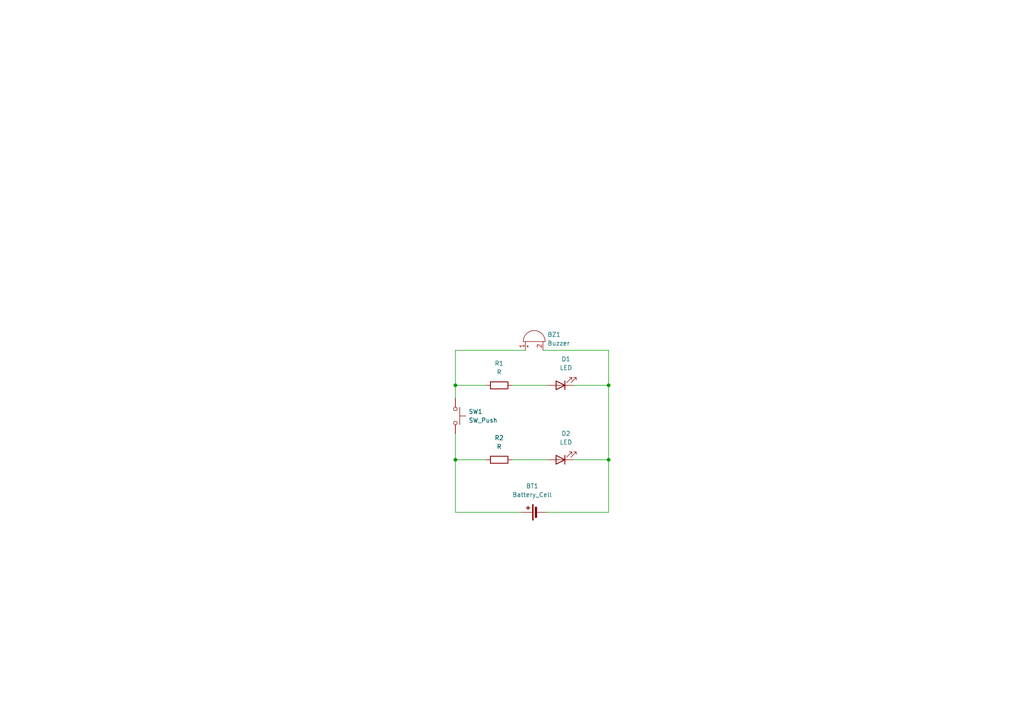
<source format=kicad_sch>
(kicad_sch (version 20250114) (generator "eeschema") (generator_version "9.0")
  (paper "A4")
  (lib_symbols
    (symbol "Device:Battery_Cell" (pin_numbers (hide yes)) (pin_names (offset 0) (hide yes))
      (property "Reference" "BT" (at 2.54 2.54 0))
      (property "Value" "Battery_Cell" (at 2.54 0 0))
      (symbol "Battery_Cell_0_1"
        (rectangle (start -2.286 1.778) (end 2.286 1.524) (fill (type outline)))
        (rectangle (start -1.524 1.016) (end 1.524 0.508) (fill (type outline)))
        (polyline (pts (xy 0 1.778) (xy 0 2.54)))
        (polyline (pts (xy 0 0.762) (xy 0 0)))
        (polyline (pts (xy 0.762 3.048) (xy 1.778 3.048)) (stroke (width 0.254)))
        (polyline (pts (xy 1.27 3.556) (xy 1.27 2.54)) (stroke (width 0.254)))
      )
      (symbol "Battery_Cell_1_1"
        (pin passive line (at 0 5.08 270) (length 2.54) (name "+") (number "1"))
        (pin passive line (at 0 -2.54 90) (length 2.54) (name "-") (number "2"))
      )
    )
    (symbol "Device:Buzzer" (pin_names (offset 0.0254) (hide yes))
      (property "Reference" "BZ" (at 3.81 1.27 0))
      (property "Value" "Buzzer" (at 3.81 -1.27 0))
      (symbol "Buzzer_0_1"
        (polyline (pts (xy -1.651 1.905) (xy -1.143 1.905)))
        (polyline (pts (xy -1.397 2.159) (xy -1.397 1.651)))
        (arc (start 0 3.175) (mid 3.1612 0) (end 0 -3.175))
        (polyline (pts (xy 0 3.175) (xy 0 -3.175)))
      )
      (symbol "Buzzer_1_1"
        (pin passive line (at -2.54 2.54 0) (length 2.54) (name "+") (number "1"))
        (pin passive line (at -2.54 -2.54 0) (length 2.54) (name "-") (number "2"))
      )
    )
    (symbol "Device:LED" (pin_numbers (hide yes)) (pin_names (offset 1.016) (hide yes))
      (property "Reference" "D" (at 0 2.54 0))
      (property "Value" "LED" (at 0 -2.54 0))
      (symbol "LED_0_1"
        (polyline (pts (xy -3.048 -0.762) (xy -4.572 -2.286) (xy -3.81 -2.286) (xy -4.572 -2.286) (xy -4.572 -1.524)))
        (polyline (pts (xy -1.778 -0.762) (xy -3.302 -2.286) (xy -2.54 -2.286) (xy -3.302 -2.286) (xy -3.302 -1.524)))
        (polyline (pts (xy -1.27 0) (xy 1.27 0)))
        (polyline (pts (xy -1.27 -1.27) (xy -1.27 1.27)) (stroke (width 0.254)))
        (polyline (pts (xy 1.27 -1.27) (xy 1.27 1.27) (xy -1.27 0) (xy 1.27 -1.27)) (stroke (width 0.254)))
      )
      (symbol "LED_1_1"
        (pin passive line (at -3.81 0 0) (length 2.54) (name "K") (number "1"))
        (pin passive line (at 3.81 0 180) (length 2.54) (name "A") (number "2"))
      )
    )
    (symbol "Device:R" (pin_numbers (hide yes)) (pin_names (offset 0))
      (property "Reference" "R" (at 2.032 0 90))
      (property "Value" "R" (at 0 0 90))
      (symbol "R_0_1"
        (rectangle (start -1.016 -2.54) (end 1.016 2.54) (stroke (width 0.254)))
      )
      (symbol "R_1_1"
        (pin passive line (at 0 3.81 270) (length 1.27) (name "~") (number "1"))
        (pin passive line (at 0 -3.81 90) (length 1.27) (name "~") (number "2"))
      )
    )
    (symbol "Switch:SW_Push" (pin_numbers (hide yes)) (pin_names (offset 1.016) (hide yes))
      (property "Reference" "SW" (at 1.27 2.54 0))
      (property "Value" "SW_Push" (at 0 -1.524 0))
      (symbol "SW_Push_0_1"
        (circle (center -2.032 0) (radius 0.508))
        (polyline (pts (xy 0 1.27) (xy 0 3.048)))
        (circle (center 2.032 0) (radius 0.508))
        (polyline (pts (xy 2.54 1.27) (xy -2.54 1.27)))
        (pin passive line (at -5.08 0 0) (length 2.54) (name "1") (number "1"))
        (pin passive line (at 5.08 0 180) (length 2.54) (name "2") (number "2"))
      )
    )
  )
  (junction (at 132.08 133.35))
  (junction (at 132.08 111.76))
  (junction (at 176.53 133.35))
  (junction (at 176.53 111.76))
  (wire (pts (xy 148.59 133.35) (xy 158.75 133.35)))
  (wire (pts (xy 132.08 133.35) (xy 132.08 125.73)))
  (wire (pts (xy 132.08 133.35) (xy 140.97 133.35)))
  (wire (pts (xy 132.08 148.59) (xy 132.08 133.35)))
  (wire (pts (xy 151.13 148.59) (xy 132.08 148.59)))
  (wire (pts (xy 166.37 133.35) (xy 176.53 133.35)))
  (wire (pts (xy 132.08 101.6) (xy 152.4 101.6)))
  (wire (pts (xy 157.48 101.6) (xy 176.53 101.6)))
  (wire (pts (xy 176.53 111.76) (xy 176.53 133.35)))
  (wire (pts (xy 166.37 111.76) (xy 176.53 111.76)))
  (wire (pts (xy 176.53 148.59) (xy 158.75 148.59)))
  (wire (pts (xy 132.08 115.57) (xy 132.08 111.76)))
  (wire (pts (xy 176.53 133.35) (xy 176.53 148.59)))
  (wire (pts (xy 132.08 111.76) (xy 132.08 101.6)))
  (wire (pts (xy 176.53 101.6) (xy 176.53 111.76)))
  (wire (pts (xy 132.08 111.76) (xy 140.97 111.76)))
  (wire (pts (xy 148.59 111.76) (xy 158.75 111.76)))
  (symbol (lib_id "Device:Battery_Cell") (at 156.21 148.59 90) (unit 1)
    (property "Reference" "BT1" (at 154.3685 140.97 90))
    (property "Value" "Battery_Cell" (at 154.3685 143.51 90))
    (property "Footprint" "Battery:BatteryHolder_Keystone_3034_1x20mm" (effects (hide yes)))
    (property "Description" "Single-cell battery" (effects (hide yes)))
  )
  (symbol (lib_id "Switch:SW_Push") (at 132.08 120.65 270) (unit 1)
    (property "Reference" "SW1" (at 135.89 119.3799 90) (effects (justify left)))
    (property "Value" "SW_Push" (at 135.89 121.9199 90) (effects (justify left)))
    (property "Footprint" "Button_Switch_THT:SW_PUSH_6mm" (effects (hide yes)))
    (property "Description" "Push button switch, generic, two pins" (effects (hide yes)))
  )
  (symbol (lib_id "Device:LED") (at 162.56 111.76 180) (unit 1)
    (property "Reference" "D1" (at 164.1475 104.14 0))
    (property "Value" "LED" (at 164.1475 106.68 0))
    (property "Footprint" "LED_THT:LED_D5.0mm" (effects (hide yes)))
    (property "Description" "Light emitting diode" (effects (hide yes)))
    (property "Sim.Pins" "1=K 2=A" (effects (hide yes)))
  )
  (symbol (lib_id "Device:Buzzer") (at 154.94 99.06 90) (unit 1)
    (property "Reference" "BZ1" (at 158.75 97.0348 90) (effects (justify right)))
    (property "Value" "Buzzer" (at 158.75 99.5748 90) (effects (justify right)))
    (property "Footprint" "Buzzer_Beeper:Buzzer_12x9.5RM7.6" (effects (hide yes)))
    (property "Description" "Buzzer, polarized" (effects (hide yes)))
  )
  (symbol (lib_id "Device:R") (at 144.78 111.76 90) (unit 1)
    (property "Reference" "R1" (at 144.78 105.41 90))
    (property "Value" "R" (at 144.78 107.95 90))
    (property "Footprint" "Resistor_THT:R_Axial_DIN0207_L6.3mm_D2.5mm_P7.62mm_Horizontal" (effects (hide yes)))
    (property "Description" "Resistor" (effects (hide yes)))
  )
  (symbol (lib_id "Device:LED") (at 162.56 133.35 180) (unit 1)
    (property "Reference" "D2" (at 164.1475 125.73 0))
    (property "Value" "LED" (at 164.1475 128.27 0))
    (property "Footprint" "LED_THT:LED_D5.0mm" (effects (hide yes)))
    (property "Description" "Light emitting diode" (effects (hide yes)))
    (property "Sim.Pins" "1=K 2=A" (effects (hide yes)))
  )
  (symbol (lib_id "Device:R") (at 144.78 133.35 90) (unit 1)
    (property "Reference" "R2" (at 144.78 127 90))
    (property "Value" "R" (at 144.78 129.54 90))
    (property "Footprint" "Resistor_THT:R_Axial_DIN0207_L6.3mm_D2.5mm_P7.62mm_Horizontal" (effects (hide yes)))
    (property "Description" "Resistor" (effects (hide yes)))
  )
)
</source>
